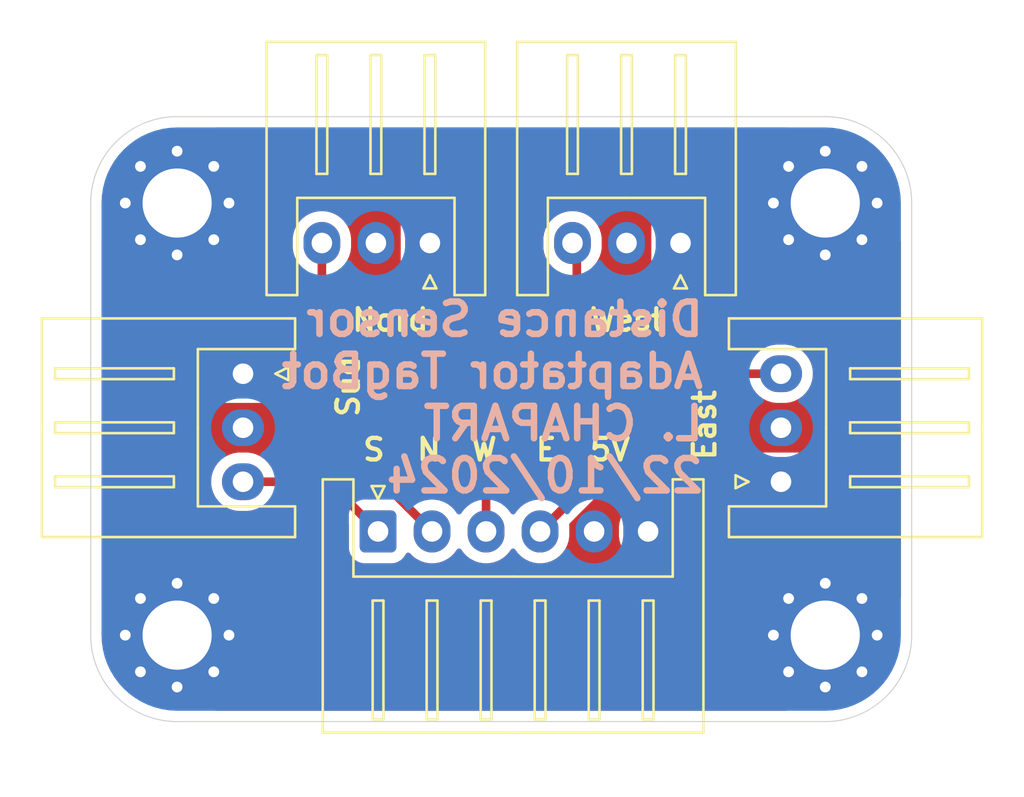
<source format=kicad_pcb>
(kicad_pcb (version 20240108) (generator "pcbnew") (generator_version "8.0")
  (layers (0 "F.Cu" signal) (31 "B.Cu" signal) (34 "B.Paste" user) (35 "F.Paste" user) (36 "B.SilkS" user "B.Silkscreen") (37 "F.SilkS" user "F.Silkscreen") (38 "B.Mask" user) (39 "F.Mask" user) (44 "Edge.Cuts" user))
  (net 0 "")
  (net 1 "+5V")
  (net 2 "GND")
  (net 3 "/Capteur_dist_N")
  (net 4 "/Capteur_dist_W")
  (net 5 "/Capteur_dist_S")
  (net 6 "/Capteur_dist_E")
  (footprint "Connector_JST:JST_XH_S6B-XH-A_1x06_P2.50mm_Horizontal" (layer "F.Cu") (at 109.3 85.2)
    (property "Reference" "J105" (hide yes))
    (property "Value" "Conn_01x06")
    (fp_line (start -2.56 -2.41) (end -1.14 -2.41) (stroke (width 0.12)) (layer "F.SilkS"))
    (fp_line (start -2.56 9.31) (end -2.56 -2.41) (stroke (width 0.12)) (layer "F.SilkS"))
    (fp_line (start -1.14 -2.41) (end -1.14 2.09) (stroke (width 0.12)) (layer "F.SilkS"))
    (fp_line (start -1.14 2.09) (end 6.25 2.09) (stroke (width 0.12)) (layer "F.SilkS"))
    (fp_line (start -0.3 -2.1) (end 0.3 -2.1) (stroke (width 0.12)) (layer "F.SilkS"))
    (fp_line (start -0.25 3.2) (end -0.25 8.7) (stroke (width 0.12)) (layer "F.SilkS"))
    (fp_line (start -0.25 8.7) (end 0.25 8.7) (stroke (width 0.12)) (layer "F.SilkS"))
    (fp_line (start 0 -1.5) (end -0.3 -2.1) (stroke (width 0.12)) (layer "F.SilkS"))
    (fp_line (start 0.25 3.2) (end -0.25 3.2) (stroke (width 0.12)) (layer "F.SilkS"))
    (fp_line (start 0.25 8.7) (end 0.25 3.2) (stroke (width 0.12)) (layer "F.SilkS"))
    (fp_line (start 0.3 -2.1) (end 0 -1.5) (stroke (width 0.12)) (layer "F.SilkS"))
    (fp_line (start 2.25 3.2) (end 2.25 8.7) (stroke (width 0.12)) (layer "F.SilkS"))
    (fp_line (start 2.25 8.7) (end 2.75 8.7) (stroke (width 0.12)) (layer "F.SilkS"))
    (fp_line (start 2.75 3.2) (end 2.25 3.2) (stroke (width 0.12)) (layer "F.SilkS"))
    (fp_line (start 2.75 8.7) (end 2.75 3.2) (stroke (width 0.12)) (layer "F.SilkS"))
    (fp_line (start 4.75 3.2) (end 4.75 8.7) (stroke (width 0.12)) (layer "F.SilkS"))
    (fp_line (start 4.75 8.7) (end 5.25 8.7) (stroke (width 0.12)) (layer "F.SilkS"))
    (fp_line (start 5.25 3.2) (end 4.75 3.2) (stroke (width 0.12)) (layer "F.SilkS"))
    (fp_line (start 5.25 8.7) (end 5.25 3.2) (stroke (width 0.12)) (layer "F.SilkS"))
    (fp_line (start 6.25 9.31) (end -2.56 9.31) (stroke (width 0.12)) (layer "F.SilkS"))
    (fp_line (start 6.25 9.31) (end 15.06 9.31) (stroke (width 0.12)) (layer "F.SilkS"))
    (fp_line (start 7.25 3.2) (end 7.25 8.7) (stroke (width 0.12)) (layer "F.SilkS"))
    (fp_line (start 7.25 8.7) (end 7.75 8.7) (stroke (width 0.12)) (layer "F.SilkS"))
    (fp_line (start 7.75 3.2) (end 7.25 3.2) (stroke (width 0.12)) (layer "F.SilkS"))
    (fp_line (start 7.75 8.7) (end 7.75 3.2) (stroke (width 0.12)) (layer "F.SilkS"))
    (fp_line (start 9.75 3.2) (end 9.75 8.7) (stroke (width 0.12)) (layer "F.SilkS"))
    (fp_line (start 9.75 8.7) (end 10.25 8.7) (stroke (width 0.12)) (layer "F.SilkS"))
    (fp_line (start 10.25 3.2) (end 9.75 3.2) (stroke (width 0.12)) (layer "F.SilkS"))
    (fp_line (start 10.25 8.7) (end 10.25 3.2) (stroke (width 0.12)) (layer "F.SilkS"))
    (fp_line (start 12.25 3.2) (end 12.25 8.7) (stroke (width 0.12)) (layer "F.SilkS"))
    (fp_line (start 12.25 8.7) (end 12.75 8.7) (stroke (width 0.12)) (layer "F.SilkS"))
    (fp_line (start 12.75 3.2) (end 12.25 3.2) (stroke (width 0.12)) (layer "F.SilkS"))
    (fp_line (start 12.75 8.7) (end 12.75 3.2) (stroke (width 0.12)) (layer "F.SilkS"))
    (fp_line (start 13.64 -2.41) (end 13.64 2.09) (stroke (width 0.12)) (layer "F.SilkS"))
    (fp_line (start 13.64 2.09) (end 6.25 2.09) (stroke (width 0.12)) (layer "F.SilkS"))
    (fp_line (start 15.06 -2.41) (end 13.64 -2.41) (stroke (width 0.12)) (layer "F.SilkS"))
    (fp_line (start 15.06 9.31) (end 15.06 -2.41) (stroke (width 0.12)) (layer "F.SilkS"))
    (pad "1" thru_hole roundrect (at 0 0) (size 1.7 1.95) (drill 0.95) (layers "*.Cu" "*.Mask") (roundrect_rratio 0.147059) (net 5 "/Capteur_dist_S"))
    (pad "2" thru_hole oval (at 2.5 0) (size 1.7 1.95) (drill 0.95) (layers "*.Cu" "*.Mask") (net 3 "/Capteur_dist_N"))
    (pad "3" thru_hole oval (at 5 0) (size 1.7 1.95) (drill 0.95) (layers "*.Cu" "*.Mask") (net 4 "/Capteur_dist_W"))
    (pad "4" thru_hole oval (at 7.5 0) (size 1.7 1.95) (drill 0.95) (layers "*.Cu" "*.Mask") (net 6 "/Capteur_dist_E"))
    (pad "5" thru_hole oval (at 10 0) (size 1.7 1.95) (drill 0.95) (layers "*.Cu" "*.Mask") (net 1 "+5V"))
    (pad "6" thru_hole oval (at 12.5 0) (size 1.7 1.95) (drill 0.95) (layers "*.Cu" "*.Mask") (net 2 "GND"))
  )
  (footprint "Connector_JST:JST_XH_S3B-XH-A_1x03_P2.50mm_Horizontal" (layer "F.Cu") (at 111.7 71.85 180)
    (property "Reference" "J101" (hide yes))
    (property "Value" "Conn_01x03")
    (fp_line (start 7.56 9.31) (end 7.56 -2.41) (stroke (width 0.12)) (layer "F.SilkS"))
    (fp_line (start 7.56 -2.41) (end 6.14 -2.41) (stroke (width 0.12)) (layer "F.SilkS"))
    (fp_line (start 6.14 2.09) (end 2.5 2.09) (stroke (width 0.12)) (layer "F.SilkS"))
    (fp_line (start 6.14 -2.41) (end 6.14 2.09) (stroke (width 0.12)) (layer "F.SilkS"))
    (fp_line (start 5.25 8.7) (end 5.25 3.2) (stroke (width 0.12)) (layer "F.SilkS"))
    (fp_line (start 5.25 3.2) (end 4.75 3.2) (stroke (width 0.12)) (layer "F.SilkS"))
    (fp_line (start 4.75 8.7) (end 5.25 8.7) (stroke (width 0.12)) (layer "F.SilkS"))
    (fp_line (start 4.75 3.2) (end 4.75 8.7) (stroke (width 0.12)) (layer "F.SilkS"))
    (fp_line (start 2.75 8.7) (end 2.75 3.2) (stroke (width 0.12)) (layer "F.SilkS"))
    (fp_line (start 2.75 3.2) (end 2.25 3.2) (stroke (width 0.12)) (layer "F.SilkS"))
    (fp_line (start 2.5 9.31) (end 7.56 9.31) (stroke (width 0.12)) (layer "F.SilkS"))
    (fp_line (start 2.5 9.31) (end -2.56 9.31) (stroke (width 0.12)) (layer "F.SilkS"))
    (fp_line (start 2.25 8.7) (end 2.75 8.7) (stroke (width 0.12)) (layer "F.SilkS"))
    (fp_line (start 2.25 3.2) (end 2.25 8.7) (stroke (width 0.12)) (layer "F.SilkS"))
    (fp_line (start 0.3 -2.1) (end 0 -1.5) (stroke (width 0.12)) (layer "F.SilkS"))
    (fp_line (start 0.25 8.7) (end 0.25 3.2) (stroke (width 0.12)) (layer "F.SilkS"))
    (fp_line (start 0.25 3.2) (end -0.25 3.2) (stroke (width 0.12)) (layer "F.SilkS"))
    (fp_line (start 0 -1.5) (end -0.3 -2.1) (stroke (width 0.12)) (layer "F.SilkS"))
    (fp_line (start -0.25 8.7) (end 0.25 8.7) (stroke (width 0.12)) (layer "F.SilkS"))
    (fp_line (start -0.25 3.2) (end -0.25 8.7) (stroke (width 0.12)) (layer "F.SilkS"))
    (fp_line (start -0.3 -2.1) (end 0.3 -2.1) (stroke (width 0.12)) (layer "F.SilkS"))
    (fp_line (start -1.14 2.09) (end 2.5 2.09) (stroke (width 0.12)) (layer "F.SilkS"))
    (fp_line (start -1.14 -2.41) (end -1.14 2.09) (stroke (width 0.12)) (layer "F.SilkS"))
    (fp_line (start -2.56 9.31) (end -2.56 -2.41) (stroke (width 0.12)) (layer "F.SilkS"))
    (fp_line (start -2.56 -2.41) (end -1.14 -2.41) (stroke (width 0.12)) (layer "F.SilkS"))
    (pad "1" thru_hole roundrect (at 0 0 180) (size 1.7 1.95) (drill 0.95) (layers "*.Cu" "*.Mask") (roundrect_rratio 0.147059) (net 2 "GND"))
    (pad "2" thru_hole oval (at 2.5 0 180) (size 1.7 1.95) (drill 0.95) (layers "*.Cu" "*.Mask") (net 1 "+5V"))
    (pad "3" thru_hole oval (at 5 0 180) (size 1.7 1.95) (drill 0.95) (layers "*.Cu" "*.Mask") (net 3 "/Capteur_dist_N"))
  )
  (footprint "MountingHole:MountingHole_3.2mm_M3_Pad_Via" (layer "F.Cu") (at 100 70)
    (property "Reference" "H101" (hide yes))
    (property "Value" "MountingHole_Pad" (hide yes))
    (pad "1" thru_hole circle (at -2.4 0) (size 0.8 0.8) (drill 0.5) (layers "*.Cu" "*.Mask") (net 2 "GND"))
    (pad "1" thru_hole circle (at -1.697056 -1.697056) (size 0.8 0.8) (drill 0.5) (layers "*.Cu" "*.Mask") (net 2 "GND"))
    (pad "1" thru_hole circle (at -1.697056 1.697056) (size 0.8 0.8) (drill 0.5) (layers "*.Cu" "*.Mask") (net 2 "GND"))
    (pad "1" thru_hole circle (at 0 -2.4) (size 0.8 0.8) (drill 0.5) (layers "*.Cu" "*.Mask") (net 2 "GND"))
    (pad "1" thru_hole circle (at 0 0) (size 6.4 6.4) (drill 3.2) (layers "*.Cu" "*.Mask") (net 2 "GND"))
    (pad "1" thru_hole circle (at 0 2.4) (size 0.8 0.8) (drill 0.5) (layers "*.Cu" "*.Mask") (net 2 "GND"))
    (pad "1" thru_hole circle (at 1.697056 -1.697056) (size 0.8 0.8) (drill 0.5) (layers "*.Cu" "*.Mask") (net 2 "GND"))
    (pad "1" thru_hole circle (at 1.697056 1.697056) (size 0.8 0.8) (drill 0.5) (layers "*.Cu" "*.Mask") (net 2 "GND"))
    (pad "1" thru_hole circle (at 2.4 0) (size 0.8 0.8) (drill 0.5) (layers "*.Cu" "*.Mask") (net 2 "GND"))
  )
  (footprint "Connector_JST:JST_XH_S3B-XH-A_1x03_P2.50mm_Horizontal" (layer "F.Cu") (at 103.05 77.9 -90)
    (property "Reference" "J103" (hide yes))
    (property "Value" "Conn_01x03")
    (fp_line (start -2.56 9.31) (end -2.56 -2.41) (stroke (width 0.12)) (layer "F.SilkS"))
    (fp_line (start 2.5 9.31) (end -2.56 9.31) (stroke (width 0.12)) (layer "F.SilkS"))
    (fp_line (start 2.5 9.31) (end 7.56 9.31) (stroke (width 0.12)) (layer "F.SilkS"))
    (fp_line (start 7.56 9.31) (end 7.56 -2.41) (stroke (width 0.12)) (layer "F.SilkS"))
    (fp_line (start -0.25 8.7) (end 0.25 8.7) (stroke (width 0.12)) (layer "F.SilkS"))
    (fp_line (start 0.25 8.7) (end 0.25 3.2) (stroke (width 0.12)) (layer "F.SilkS"))
    (fp_line (start 2.25 8.7) (end 2.75 8.7) (stroke (width 0.12)) (layer "F.SilkS"))
    (fp_line (start 2.75 8.7) (end 2.75 3.2) (stroke (width 0.12)) (layer "F.SilkS"))
    (fp_line (start 4.75 8.7) (end 5.25 8.7) (stroke (width 0.12)) (layer "F.SilkS"))
    (fp_line (start 5.25 8.7) (end 5.25 3.2) (stroke (width 0.12)) (layer "F.SilkS"))
    (fp_line (start -0.25 3.2) (end -0.25 8.7) (stroke (width 0.12)) (layer "F.SilkS"))
    (fp_line (start 0.25 3.2) (end -0.25 3.2) (stroke (width 0.12)) (layer "F.SilkS"))
    (fp_line (start 2.25 3.2) (end 2.25 8.7) (stroke (width 0.12)) (layer "F.SilkS"))
    (fp_line (start 2.75 3.2) (end 2.25 3.2) (stroke (width 0.12)) (layer "F.SilkS"))
    (fp_line (start 4.75 3.2) (end 4.75 8.7) (stroke (width 0.12)) (layer "F.SilkS"))
    (fp_line (start 5.25 3.2) (end 4.75 3.2) (stroke (width 0.12)) (layer "F.SilkS"))
    (fp_line (start -1.14 2.09) (end 2.5 2.09) (stroke (width 0.12)) (layer "F.SilkS"))
    (fp_line (start 6.14 2.09) (end 2.5 2.09) (stroke (width 0.12)) (layer "F.SilkS"))
    (fp_line (start 0 -1.5) (end -0.3 -2.1) (stroke (width 0.12)) (layer "F.SilkS"))
    (fp_line (start -0.3 -2.1) (end 0.3 -2.1) (stroke (width 0.12)) (layer "F.SilkS"))
    (fp_line (start 0.3 -2.1) (end 0 -1.5) (stroke (width 0.12)) (layer "F.SilkS"))
    (fp_line (start -2.56 -2.41) (end -1.14 -2.41) (stroke (width 0.12)) (layer "F.SilkS"))
    (fp_line (start -1.14 -2.41) (end -1.14 2.09) (stroke (width 0.12)) (layer "F.SilkS"))
    (fp_line (start 6.14 -2.41) (end 6.14 2.09) (stroke (width 0.12)) (layer "F.SilkS"))
    (fp_line (start 7.56 -2.41) (end 6.14 -2.41) (stroke (width 0.12)) (layer "F.SilkS"))
    (pad "1" thru_hole roundrect (at 0 0 270) (size 1.7 1.95) (drill 0.95) (layers "*.Cu" "*.Mask") (roundrect_rratio 0.147059) (net 2 "GND"))
    (pad "2" thru_hole oval (at 2.5 0 270) (size 1.7 1.95) (drill 0.95) (layers "*.Cu" "*.Mask") (net 1 "+5V"))
    (pad "3" thru_hole oval (at 5 0 270) (size 1.7 1.95) (drill 0.95) (layers "*.Cu" "*.Mask") (net 5 "/Capteur_dist_S"))
  )
  (footprint "MountingHole:MountingHole_3.2mm_M3_Pad_Via" (layer "F.Cu") (at 130 90)
    (property "Reference" "H104" (hide yes))
    (property "Value" "MountingHole_Pad" (hide yes))
    (pad "1" thru_hole circle (at -2.4 0) (size 0.8 0.8) (drill 0.5) (layers "*.Cu" "*.Mask") (net 2 "GND"))
    (pad "1" thru_hole circle (at -1.697056 -1.697056) (size 0.8 0.8) (drill 0.5) (layers "*.Cu" "*.Mask") (net 2 "GND"))
    (pad "1" thru_hole circle (at -1.697056 1.697056) (size 0.8 0.8) (drill 0.5) (layers "*.Cu" "*.Mask") (net 2 "GND"))
    (pad "1" thru_hole circle (at 0 -2.4) (size 0.8 0.8) (drill 0.5) (layers "*.Cu" "*.Mask") (net 2 "GND"))
    (pad "1" thru_hole circle (at 0 0) (size 6.4 6.4) (drill 3.2) (layers "*.Cu" "*.Mask") (net 2 "GND"))
    (pad "1" thru_hole circle (at 0 2.4) (size 0.8 0.8) (drill 0.5) (layers "*.Cu" "*.Mask") (net 2 "GND"))
    (pad "1" thru_hole circle (at 1.697056 -1.697056) (size 0.8 0.8) (drill 0.5) (layers "*.Cu" "*.Mask") (net 2 "GND"))
    (pad "1" thru_hole circle (at 1.697056 1.697056) (size 0.8 0.8) (drill 0.5) (layers "*.Cu" "*.Mask") (net 2 "GND"))
    (pad "1" thru_hole circle (at 2.4 0) (size 0.8 0.8) (drill 0.5) (layers "*.Cu" "*.Mask") (net 2 "GND"))
  )
  (footprint "Connector_JST:JST_XH_S3B-XH-A_1x03_P2.50mm_Horizontal" (layer "F.Cu") (at 123.3 71.85 180)
    (property "Reference" "J102" (hide yes))
    (property "Value" "Conn_01x03")
    (fp_line (start 7.56 9.31) (end 7.56 -2.41) (stroke (width 0.12)) (layer "F.SilkS"))
    (fp_line (start 7.56 -2.41) (end 6.14 -2.41) (stroke (width 0.12)) (layer "F.SilkS"))
    (fp_line (start 6.14 2.09) (end 2.5 2.09) (stroke (width 0.12)) (layer "F.SilkS"))
    (fp_line (start 6.14 -2.41) (end 6.14 2.09) (stroke (width 0.12)) (layer "F.SilkS"))
    (fp_line (start 5.25 8.7) (end 5.25 3.2) (stroke (width 0.12)) (layer "F.SilkS"))
    (fp_line (start 5.25 3.2) (end 4.75 3.2) (stroke (width 0.12)) (layer "F.SilkS"))
    (fp_line (start 4.75 8.7) (end 5.25 8.7) (stroke (width 0.12)) (layer "F.SilkS"))
    (fp_line (start 4.75 3.2) (end 4.75 8.7) (stroke (width 0.12)) (layer "F.SilkS"))
    (fp_line (start 2.75 8.7) (end 2.75 3.2) (stroke (width 0.12)) (layer "F.SilkS"))
    (fp_line (start 2.75 3.2) (end 2.25 3.2) (stroke (width 0.12)) (layer "F.SilkS"))
    (fp_line (start 2.5 9.31) (end 7.56 9.31) (stroke (width 0.12)) (layer "F.SilkS"))
    (fp_line (start 2.5 9.31) (end -2.56 9.31) (stroke (width 0.12)) (layer "F.SilkS"))
    (fp_line (start 2.25 8.7) (end 2.75 8.7) (stroke (width 0.12)) (layer "F.SilkS"))
    (fp_line (start 2.25 3.2) (end 2.25 8.7) (stroke (width 0.12)) (layer "F.SilkS"))
    (fp_line (start 0.3 -2.1) (end 0 -1.5) (stroke (width 0.12)) (layer "F.SilkS"))
    (fp_line (start 0.25 8.7) (end 0.25 3.2) (stroke (width 0.12)) (layer "F.SilkS"))
    (fp_line (start 0.25 3.2) (end -0.25 3.2) (stroke (width 0.12)) (layer "F.SilkS"))
    (fp_line (start 0 -1.5) (end -0.3 -2.1) (stroke (width 0.12)) (layer "F.SilkS"))
    (fp_line (start -0.25 8.7) (end 0.25 8.7) (stroke (width 0.12)) (layer "F.SilkS"))
    (fp_line (start -0.25 3.2) (end -0.25 8.7) (stroke (width 0.12)) (layer "F.SilkS"))
    (fp_line (start -0.3 -2.1) (end 0.3 -2.1) (stroke (width 0.12)) (layer "F.SilkS"))
    (fp_line (start -1.14 2.09) (end 2.5 2.09) (stroke (width 0.12)) (layer "F.SilkS"))
    (fp_line (start -1.14 -2.41) (end -1.14 2.09) (stroke (width 0.12)) (layer "F.SilkS"))
    (fp_line (start -2.56 9.31) (end -2.56 -2.41) (stroke (width 0.12)) (layer "F.SilkS"))
    (fp_line (start -2.56 -2.41) (end -1.14 -2.41) (stroke (width 0.12)) (layer "F.SilkS"))
    (pad "1" thru_hole roundrect (at 0 0 180) (size 1.7 1.95) (drill 0.95) (layers "*.Cu" "*.Mask") (roundrect_rratio 0.147059) (net 2 "GND"))
    (pad "2" thru_hole oval (at 2.5 0 180) (size 1.7 1.95) (drill 0.95) (layers "*.Cu" "*.Mask") (net 1 "+5V"))
    (pad "3" thru_hole oval (at 5 0 180) (size 1.7 1.95) (drill 0.95) (layers "*.Cu" "*.Mask") (net 4 "/Capteur_dist_W"))
  )
  (footprint "Connector_JST:JST_XH_S3B-XH-A_1x03_P2.50mm_Horizontal" (layer "F.Cu") (at 127.95 82.9 90)
    (property "Reference" "J104" (hide yes))
    (property "Value" "Conn_01x03")
    (fp_line (start 7.56 -2.41) (end 6.14 -2.41) (stroke (width 0.12)) (layer "F.SilkS"))
    (fp_line (start 6.14 -2.41) (end 6.14 2.09) (stroke (width 0.12)) (layer "F.SilkS"))
    (fp_line (start -1.14 -2.41) (end -1.14 2.09) (stroke (width 0.12)) (layer "F.SilkS"))
    (fp_line (start -2.56 -2.41) (end -1.14 -2.41) (stroke (width 0.12)) (layer "F.SilkS"))
    (fp_line (start 0.3 -2.1) (end 0 -1.5) (stroke (width 0.12)) (layer "F.SilkS"))
    (fp_line (start -0.3 -2.1) (end 0.3 -2.1) (stroke (width 0.12)) (layer "F.SilkS"))
    (fp_line (start 0 -1.5) (end -0.3 -2.1) (stroke (width 0.12)) (layer "F.SilkS"))
    (fp_line (start 6.14 2.09) (end 2.5 2.09) (stroke (width 0.12)) (layer "F.SilkS"))
    (fp_line (start -1.14 2.09) (end 2.5 2.09) (stroke (width 0.12)) (layer "F.SilkS"))
    (fp_line (start 5.25 3.2) (end 4.75 3.2) (stroke (width 0.12)) (layer "F.SilkS"))
    (fp_line (start 4.75 3.2) (end 4.75 8.7) (stroke (width 0.12)) (layer "F.SilkS"))
    (fp_line (start 2.75 3.2) (end 2.25 3.2) (stroke (width 0.12)) (layer "F.SilkS"))
    (fp_line (start 2.25 3.2) (end 2.25 8.7) (stroke (width 0.12)) (layer "F.SilkS"))
    (fp_line (start 0.25 3.2) (end -0.25 3.2) (stroke (width 0.12)) (layer "F.SilkS"))
    (fp_line (start -0.25 3.2) (end -0.25 8.7) (stroke (width 0.12)) (layer "F.SilkS"))
    (fp_line (start 5.25 8.7) (end 5.25 3.2) (stroke (width 0.12)) (layer "F.SilkS"))
    (fp_line (start 4.75 8.7) (end 5.25 8.7) (stroke (width 0.12)) (layer "F.SilkS"))
    (fp_line (start 2.75 8.7) (end 2.75 3.2) (stroke (width 0.12)) (layer "F.SilkS"))
    (fp_line (start 2.25 8.7) (end 2.75 8.7) (stroke (width 0.12)) (layer "F.SilkS"))
    (fp_line (start 0.25 8.7) (end 0.25 3.2) (stroke (width 0.12)) (layer "F.SilkS"))
    (fp_line (start -0.25 8.7) (end 0.25 8.7) (stroke (width 0.12)) (layer "F.SilkS"))
    (fp_line (start 7.56 9.31) (end 7.56 -2.41) (stroke (width 0.12)) (layer "F.SilkS"))
    (fp_line (start 2.5 9.31) (end 7.56 9.31) (stroke (width 0.12)) (layer "F.SilkS"))
    (fp_line (start 2.5 9.31) (end -2.56 9.31) (stroke (width 0.12)) (layer "F.SilkS"))
    (fp_line (start -2.56 9.31) (end -2.56 -2.41) (stroke (width 0.12)) (layer "F.SilkS"))
    (pad "1" thru_hole roundrect (at 0 0 90) (size 1.7 1.95) (drill 0.95) (layers "*.Cu" "*.Mask") (roundrect_rratio 0.147059) (net 2 "GND"))
    (pad "2" thru_hole oval (at 2.5 0 90) (size 1.7 1.95) (drill 0.95) (layers "*.Cu" "*.Mask") (net 1 "+5V"))
    (pad "3" thru_hole oval (at 5 0 90) (size 1.7 1.95) (drill 0.95) (layers "*.Cu" "*.Mask") (net 6 "/Capteur_dist_E"))
  )
  (footprint "MountingHole:MountingHole_3.2mm_M3_Pad_Via" (layer "F.Cu") (at 130 70)
    (property "Reference" "H102" (hide yes))
    (property "Value" "MountingHole_Pad" (hide yes))
    (pad "1" thru_hole circle (at -2.4 0) (size 0.8 0.8) (drill 0.5) (layers "*.Cu" "*.Mask") (net 2 "GND"))
    (pad "1" thru_hole circle (at -1.697056 -1.697056) (size 0.8 0.8) (drill 0.5) (layers "*.Cu" "*.Mask") (net 2 "GND"))
    (pad "1" thru_hole circle (at -1.697056 1.697056) (size 0.8 0.8) (drill 0.5) (layers "*.Cu" "*.Mask") (net 2 "GND"))
    (pad "1" thru_hole circle (at 0 -2.4) (size 0.8 0.8) (drill 0.5) (layers "*.Cu" "*.Mask") (net 2 "GND"))
    (pad "1" thru_hole circle (at 0 0) (size 6.4 6.4) (drill 3.2) (layers "*.Cu" "*.Mask") (net 2 "GND"))
    (pad "1" thru_hole circle (at 0 2.4) (size 0.8 0.8) (drill 0.5) (layers "*.Cu" "*.Mask") (net 2 "GND"))
    (pad "1" thru_hole circle (at 1.697056 -1.697056) (size 0.8 0.8) (drill 0.5) (layers "*.Cu" "*.Mask") (net 2 "GND"))
    (pad "1" thru_hole circle (at 1.697056 1.697056) (size 0.8 0.8) (drill 0.5) (layers "*.Cu" "*.Mask") (net 2 "GND"))
    (pad "1" thru_hole circle (at 2.4 0) (size 0.8 0.8) (drill 0.5) (layers "*.Cu" "*.Mask") (net 2 "GND"))
  )
  (footprint "MountingHole:MountingHole_3.2mm_M3_Pad_Via" (layer "F.Cu") (at 100 90)
    (property "Reference" "H103" (hide yes))
    (property "Value" "MountingHole_Pad" (hide yes))
    (pad "1" thru_hole circle (at -2.4 0) (size 0.8 0.8) (drill 0.5) (layers "*.Cu" "*.Mask") (net 2 "GND"))
    (pad "1" thru_hole circle (at -1.697056 -1.697056) (size 0.8 0.8) (drill 0.5) (layers "*.Cu" "*.Mask") (net 2 "GND"))
    (pad "1" thru_hole circle (at -1.697056 1.697056) (size 0.8 0.8) (drill 0.5) (layers "*.Cu" "*.Mask") (net 2 "GND"))
    (pad "1" thru_hole circle (at 0 -2.4) (size 0.8 0.8) (drill 0.5) (layers "*.Cu" "*.Mask") (net 2 "GND"))
    (pad "1" thru_hole circle (at 0 0) (size 6.4 6.4) (drill 3.2) (layers "*.Cu" "*.Mask") (net 2 "GND"))
    (pad "1" thru_hole circle (at 0 2.4) (size 0.8 0.8) (drill 0.5) (layers "*.Cu" "*.Mask") (net 2 "GND"))
    (pad "1" thru_hole circle (at 1.697056 -1.697056) (size 0.8 0.8) (drill 0.5) (layers "*.Cu" "*.Mask") (net 2 "GND"))
    (pad "1" thru_hole circle (at 1.697056 1.697056) (size 0.8 0.8) (drill 0.5) (layers "*.Cu" "*.Mask") (net 2 "GND"))
    (pad "1" thru_hole circle (at 2.4 0) (size 0.8 0.8) (drill 0.5) (layers "*.Cu" "*.Mask") (net 2 "GND"))
  )
  (gr_line (start 130 94) (end 100 94) (stroke (width 0.05)) (layer "Edge.Cuts"))
  (gr_arc (start 96 70) (mid 97.171573 67.171573) (end 100 66) (stroke (width 0.05)) (layer "Edge.Cuts"))
  (gr_arc (start 100 94) (mid 97.171573 92.828427) (end 96 90) (stroke (width 0.05)) (layer "Edge.Cuts"))
  (gr_arc (start 130 66) (mid 132.828427 67.171573) (end 134 70) (stroke (width 0.05)) (layer "Edge.Cuts"))
  (gr_line (start 96 90) (end 96 70) (stroke (width 0.05)) (layer "Edge.Cuts"))
  (gr_line (start 134 70) (end 134 90) (stroke (width 0.05)) (layer "Edge.Cuts"))
  (gr_arc (start 134 90) (mid 132.828427 92.828427) (end 130 94) (stroke (width 0.05)) (layer "Edge.Cuts"))
  (gr_line (start 100 66) (end 130 66) (stroke (width 0.05)) (layer "Edge.Cuts"))
  (gr_text "Distance Sensor\nAdaptator TagBot\nL. CHAPART\n22/10/2024" (at 124.5 83.5 0) (layer "B.SilkS") (effects (font (size 1.5 1.5) (thickness 0.3) (bold yes)) (justify left bottom mirror)))
  (gr_text "S" (at 108.5 82 0) (layer "F.SilkS") (effects (font (size 1 1) (thickness 0.2) (bold yes)) (justify left bottom)))
  (gr_text "N" (at 111 82 0) (layer "F.SilkS") (effects (font (size 1 1) (thickness 0.2) (bold yes)) (justify left bottom)))
  (gr_text "W" (at 113.5 82 0) (layer "F.SilkS") (effects (font (size 1 1) (thickness 0.2) (bold yes)) (justify left bottom)))
  (gr_text "E" (at 116.5 82 0) (layer "F.SilkS") (effects (font (size 1 1) (thickness 0.2) (bold yes)) (justify left bottom)))
  (gr_text "East" (at 125 82 90) (layer "F.SilkS") (effects (font (size 1 1) (thickness 0.2) (bold yes)) (justify left bottom)))
  (gr_text "West" (at 119 76 0) (layer "F.SilkS") (effects (font (size 1 1) (thickness 0.2) (bold yes)) (justify left bottom)))
  (gr_text "5V" (at 119 82 0) (layer "F.SilkS") (effects (font (size 1 1) (thickness 0.2) (bold yes)) (justify left bottom)))
  (gr_text "Nord" (at 108 76 0) (layer "F.SilkS") (effects (font (size 1 1) (thickness 0.2) (bold yes)) (justify left bottom)))
  (gr_text "Sud\n" (at 108.5 80 90) (layer "F.SilkS") (effects (font (size 1 1) (thickness 0.2) (bold yes)) (justify left bottom)))
  (segment (start 106.7 80.1) (end 111.8 85.2) (width 0.4) (layer "F.Cu") (net 3))
  (segment (start 106.7 71.85) (end 106.7 80.1) (width 0.4) (layer "F.Cu") (net 3))
  (segment (start 118.3 71.85) (end 118.5 72.05) (width 0.4) (layer "F.Cu") (net 4))
  (segment (start 118.5 78.25) (end 114.3 82.45) (width 0.4) (layer "F.Cu") (net 4))
  (segment (start 114.3 82.45) (end 114.3 85.2) (width 0.4) (layer "F.Cu") (net 4))
  (segment (start 118.5 72.05) (end 118.5 78.25) (width 0.4) (layer "F.Cu") (net 4))
  (segment (start 103.05 82.9) (end 107 82.9) (width 0.4) (layer "F.Cu") (net 5))
  (segment (start 107 82.9) (end 109.3 85.2) (width 0.4) (layer "F.Cu") (net 5))
  (segment (start 127.95 77.9) (end 124.1 77.9) (width 0.4) (layer "F.Cu") (net 6))
  (segment (start 124.1 77.9) (end 116.8 85.2) (width 0.4) (layer "F.Cu") (net 6))
  (zone (net 1) (net_name "+5V") (layer "F.Cu") (connect_pads yes (clearance 0.5)) (min_thickness 0.25) (fill yes (thermal_gap 0.5) (thermal_bridge_width 0.5))
    (polygon (pts (xy 95 65) (xy 95 95) (xy 135 95) (xy 135 65)))
  )
  (zone (net 2) (net_name "GND") (layer "B.Cu") (priority 1) (connect_pads yes (clearance 0.5)) (min_thickness 0.25) (fill yes (thermal_gap 0.5) (thermal_bridge_width 0.5))
    (polygon (pts (xy 92.5 62.5) (xy 92.5 97.5) (xy 137.5 97.5) (xy 137.5 62.5)))
  )
)
</source>
